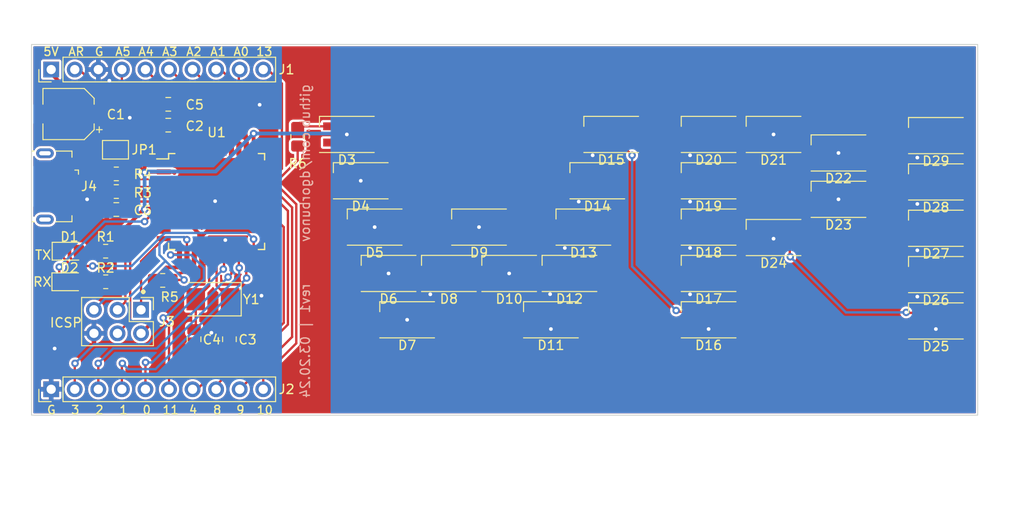
<source format=kicad_pcb>
(kicad_pcb (version 20221018) (generator pcbnew)
  (layers (0 "F.Cu" signal) (31 "B.Cu" signal) (34 "B.Paste" user) (35 "F.Paste" user) (36 "B.SilkS" user "B.Silkscreen") (37 "F.SilkS" user "F.Silkscreen") (38 "B.Mask" user) (39 "F.Mask" user) (44 "Edge.Cuts" user))
  (net 0 "")
  (net 1 "+5V")
  (net 2 "GND")
  (net 3 "Net-(U1-XTAL1)")
  (net 4 "Net-(U1-XTAL2)")
  (net 5 "Net-(U1-UCAP)")
  (net 6 "/TXLED")
  (net 7 "Net-(D1-A)")
  (net 8 "/RXLED")
  (net 9 "Net-(D2-A)")
  (net 10 "Net-(D3-DOUT)")
  (net 11 "Net-(D3-DIN)")
  (net 12 "Net-(D4-DOUT)")
  (net 13 "Net-(D5-DOUT)")
  (net 14 "Net-(D6-DOUT)")
  (net 15 "Net-(D7-DOUT)")
  (net 16 "/MISO")
  (net 17 "/SCK")
  (net 18 "/MOSI")
  (net 19 "/RESET")
  (net 20 "Net-(J4-VBUS)")
  (net 21 "/U_D-")
  (net 22 "/U_D+")
  (net 25 "/D+")
  (net 26 "/D-")
  (net 27 "/LED_DIN")
  (net 28 "Net-(D8-DOUT)")
  (net 29 "/D9_DOUT")
  (net 30 "Net-(D10-DOUT)")
  (net 31 "Net-(D11-DOUT)")
  (net 32 "Net-(D12-DOUT)")
  (net 33 "Net-(D13-DOUT)")
  (net 34 "Net-(D14-DOUT)")
  (net 35 "Net-(D15-DOUT)")
  (net 36 "/D16_DOUT")
  (net 37 "/AREF")
  (net 38 "/A0")
  (net 39 "/A1")
  (net 40 "/A2")
  (net 41 "/A3")
  (net 42 "/A4")
  (net 43 "/A5")
  (net 45 "/D13")
  (net 46 "/D3")
  (net 47 "/D2")
  (net 48 "/D0")
  (net 49 "/D1")
  (net 50 "/D4")
  (net 51 "/D11")
  (net 53 "/D8")
  (net 54 "/D9")
  (net 55 "Net-(D17-DOUT)")
  (net 56 "Net-(D18-DOUT)")
  (net 57 "Net-(D19-DOUT)")
  (net 58 "Net-(D20-DOUT)")
  (net 59 "Net-(D21-DOUT)")
  (net 60 "Net-(D22-DOUT)")
  (net 61 "/D23_DOUT")
  (net 62 "Net-(D24-DOUT)")
  (net 63 "Net-(D25-DOUT)")
  (net 64 "Net-(D26-DOUT)")
  (net 65 "Net-(D27-DOUT)")
  (net 66 "Net-(D28-DOUT)")
  (net 69 "/D10")
  (footprint "LOGO" (layer "F.Cu") (at 125.95 162)
    (fp_text reference "G***" hide)
    (fp_text value "LOGO" hide)
  )
  (footprint "LED_SMD:LED_SK6812MINI_PLCC4_3.5x3.5mm_P1.75mm" (layer "F.Cu") (at 145.5 140.125 180)
    (fp_text reference "D28")
    (fp_text value "SK6812MINI")
  )
  (footprint "LED_SMD:LED_0805_2012Metric_Pad1.15x1.40mm_HandSolder" (layer "F.Cu") (at 52.07 150.9)
    (fp_text reference "D2")
    (fp_text value "RX")
  )
  (footprint "LOGO" (layer "F.Cu") (at 147.9 175.5)
    (fp_text reference "G***" hide)
    (fp_text value "LOGO" hide)
  )
  (footprint "LED_SMD:LED_SK6812MINI_PLCC4_3.5x3.5mm_P1.75mm" (layer "F.Cu") (at 121 145 180)
    (fp_text reference "D18")
    (fp_text value "SK6812MINI")
  )
  (footprint "LED_SMD:LED_SK6812MINI_PLCC4_3.5x3.5mm_P1.75mm" (layer "F.Cu") (at 86.5 150 180)
    (fp_text reference "D6")
    (fp_text value "SK6812MINI")
  )
  (footprint "LED_SMD:LED_SK6812MINI_PLCC4_3.5x3.5mm_P1.75mm" (layer "F.Cu") (at 110.5 135 180)
    (fp_text reference "D15")
    (fp_text value "SK6812MINI")
  )
  (footprint "Capacitor_SMD:C_0805_2012Metric_Pad1.18x1.45mm_HandSolder" (layer "F.Cu") (at 69.342 157.099 -90)
    (fp_text reference "C3")
    (fp_text value "22pF")
  )
  (footprint "LED_SMD:LED_SK6812MINI_PLCC4_3.5x3.5mm_P1.75mm" (layer "F.Cu") (at 135 142 180)
    (fp_text reference "D23")
    (fp_text value "SK6812MINI")
  )
  (footprint "Connector_PinHeader_2.54mm:PinHeader_2x03_P2.54mm_Vertical" (layer "F.Cu") (at 59.817 153.924 -90)
    (fp_text reference "J3")
    (fp_text value "ICSP")
  )
  (footprint "Jumper:SolderJumper-2_P1.3mm_Open_TrianglePad1.0x1.5mm" (layer "F.Cu") (at 57.06 136.652)
    (fp_text reference "JP1")
    (fp_text value "Jumper_2_Open" hide)
  )
  (footprint "LED_SMD:LED_SK6812MINI_PLCC4_3.5x3.5mm_P1.75mm" (layer "F.Cu") (at 128 135 180)
    (fp_text reference "D21")
    (fp_text value "SK6812MINI")
  )
  (footprint "Crystal:Crystal_SMD_5032-2Pin_5.0x3.2mm" (layer "F.Cu") (at 67.564 152.781 180)
    (fp_text reference "Y1")
    (fp_text value "16MHz")
  )
  (footprint "LED_SMD:LED_SK6812MINI_PLCC4_3.5x3.5mm_P1.75mm" (layer "F.Cu") (at 83.5 140 180)
    (fp_text reference "D4")
    (fp_text value "SK6812MINI")
  )
  (footprint "LED_SMD:LED_SK6812MINI_PLCC4_3.5x3.5mm_P1.75mm" (layer "F.Cu") (at 104 155 180)
    (fp_text reference "D11")
    (fp_text value "SK6812MINI")
  )
  (footprint "Connector_PinHeader_2.54mm:PinHeader_1x10_P2.54mm_Vertical" (layer "F.Cu") (at 50.13 128 90)
    (fp_text reference "J1")
    (fp_text value "Conn_01x10")
  )
  (footprint "LOGO" (layer "F.Cu") (at 142.15 161.8)
    (fp_text reference "G***" hide)
    (fp_text value "LOGO" hide)
  )
  (footprint "Capacitor_SMD:C_0805_2012Metric_Pad1.18x1.45mm_HandSolder" (layer "F.Cu") (at 65.532 157.099 -90)
    (fp_text reference "C4")
    (fp_text value "22pF")
  )
  (footprint "Capacitor_SMD:C_0805_2012Metric_Pad1.18x1.45mm_HandSolder" (layer "F.Cu") (at 57.15 143.1 180)
    (fp_text reference "C6")
    (fp_text value "1uF")
  )
  (footprint "Connector_PinHeader_2.54mm:PinHeader_1x10_P2.54mm_Vertical" (layer "F.Cu") (at 50.13 162.5 90)
    (fp_text reference "J2")
    (fp_text value "Conn_01x10")
  )
  (footprint "Resistor_SMD:R_0805_2012Metric_Pad1.20x1.40mm_HandSolder" (layer "F.Cu") (at 62.15 150.75)
    (fp_text reference "R5")
    (fp_text value "10k")
  )
  (footprint "Connector_USB:USB_Micro-B_GCT_USB3076-30-A" (layer "F.Cu") (at 50.659 140.607 -90)
    (fp_text reference "J4")
    (fp_text value "USB_B_Micro")
  )
  (footprint "LED_SMD:LED_SK6812MINI_PLCC4_3.5x3.5mm_P1.75mm" (layer "F.Cu") (at 121 135 180)
    (fp_text reference "D20")
    (fp_text value "SK6812MINI")
  )
  (footprint "Capacitor_SMD:CP_Elec_5x5.3" (layer "F.Cu") (at 52 132.8 180)
    (fp_text reference "C1")
    (fp_text value "100uF")
  )
  (footprint "LED_SMD:LED_SK6812MINI_PLCC4_3.5x3.5mm_P1.75mm" (layer "F.Cu") (at 109 140 180)
    (fp_text reference "D14")
    (fp_text value "SK6812MINI")
  )
  (footprint "Resistor_SMD:R_0805_2012Metric_Pad1.20x1.40mm_HandSolder" (layer "F.Cu") (at 76.7 135.25 90)
    (fp_text reference "R6")
    (fp_text value "470")
  )
  (footprint "LED_SMD:LED_SK6812MINI_PLCC4_3.5x3.5mm_P1.75mm" (layer "F.Cu") (at 121 150 180)
    (fp_text reference "D17")
    (fp_text value "SK6812MINI")
  )
  (footprint "Resistor_SMD:R_0805_2012Metric_Pad1.20x1.40mm_HandSolder" (layer "F.Cu") (at 57.15 141.165 180)
    (fp_text reference "R3")
    (fp_text value "22")
  )
  (footprint "Capacitor_SMD:C_0805_2012Metric_Pad1.18x1.45mm_HandSolder" (layer "F.Cu") (at 62.75 134 180)
    (fp_text reference "C2")
    (fp_text value "1uF")
  )
  (footprint "LED_SMD:LED_SK6812MINI_PLCC4_3.5x3.5mm_P1.75mm" (layer "F.Cu") (at 88.5 155 180)
    (fp_text reference "D7")
    (fp_text value "SK6812MINI")
  )
  (footprint "LED_SMD:LED_SK6812MINI_PLCC4_3.5x3.5mm_P1.75mm" (layer "F.Cu") (at 128 146.125 180)
    (fp_text reference "D24")
    (fp_text value "SK6812MINI")
  )
  (footprint "Resistor_SMD:R_0805_2012Metric_Pad1.20x1.40mm_HandSolder" (layer "F.Cu") (at 56.007 150.9)
    (fp_text reference "R2")
    (fp_text value "100")
  )
  (footprint "LED_SMD:LED_SK6812MINI_PLCC4_3.5x3.5mm_P1.75mm" (layer "F.Cu") (at 135 137 180)
    (fp_text reference "D22")
    (fp_text value "SK6812MINI")
  )
  (footprint "LED_SMD:LED_SK6812MINI_PLCC4_3.5x3.5mm_P1.75mm" (layer "F.Cu") (at 96.25 145 180)
    (fp_text reference "D9")
    (fp_text value "SK6812MINI")
  )
  (footprint "LED_SMD:LED_SK6812MINI_PLCC4_3.5x3.5mm_P1.75mm" (layer "F.Cu") (at 121 155 180)
    (fp_text reference "D16")
    (fp_text value "SK6812MINI")
  )
  (footprint "LED_SMD:LED_SK6812MINI_PLCC4_3.5x3.5mm_P1.75mm" (layer "F.Cu") (at 145.5 150.125 180)
    (fp_text reference "D26")
    (fp_text value "SK6812MINI")
  )
  (footprint "LED_SMD:LED_SK6812MINI_PLCC4_3.5x3.5mm_P1.75mm" (layer "F.Cu") (at 145.5 135.125 180)
    (fp_text reference "D29")
    (fp_text value "SK6812MINI")
  )
  (footprint "LED_SMD:LED_SK6812MINI_PLCC4_3.5x3.5mm_P1.75mm" (layer "F.Cu") (at 93 150 180)
    (fp_text reference "D8")
    (fp_text value "SK6812MINI")
  )
  (footprint "Resistor_SMD:R_0805_2012Metric_Pad1.20x1.40mm_HandSolder" (layer "F.Cu") (at 57.15 139.26 180)
    (fp_text reference "R4")
    (fp_text value "22")
  )
  (footprint "LED_SMD:LED_SK6812MINI_PLCC4_3.5x3.5mm_P1.75mm" (layer "F.Cu") (at 106 150 180)
    (fp_text reference "D12")
    (fp_text value "SK6812MINI")
  )
  (footprint "Capacitor_SMD:C_0805_2012Metric_Pad1.18x1.45mm_HandSolder" (layer "F.Cu") (at 62.75 131.75 180)
    (fp_text reference "C5")
    (fp_text value "0.1uF")
  )
  (footprint "LED_SMD:LED_SK6812MINI_PLCC4_3.5x3.5mm_P1.75mm" (layer "F.Cu") (at 82 135 180)
    (fp_text reference "D3")
    (fp_text value "SK6812MINI")
  )
  (footprint "LED_SMD:LED_SK6812MINI_PLCC4_3.5x3.5mm_P1.75mm" (layer "F.Cu") (at 99.5 150 180)
    (fp_text reference "D10")
    (fp_text value "SK6812MINI")
  )
  (footprint "Resistor_SMD:R_0805_2012Metric_Pad1.20x1.40mm_HandSolder" (layer "F.Cu") (at 56 147.6)
    (fp_text reference "R1")
    (fp_text value "100")
  )
  (footprint "Package_QFP:TQFP-44_10x10mm_P0.8mm" (layer "F.Cu") (at 67.96 142.24)
    (fp_text reference "U1")
    (fp_text value "ATmega32U4-A")
  )
  (footprint "LED_SMD:LED_SK6812MINI_PLCC4_3.5x3.5mm_P1.75mm" (layer "F.Cu") (at 85 145 180)
    (fp_text reference "D5")
    (fp_text value "SK6812MINI")
  )
  (footprint "LED_SMD:LED_0805_2012Metric_Pad1.15x1.40mm_HandSolder" (layer "F.Cu") (at 52.1 147.6)
    (fp_text reference "D1")
    (fp_text value "TX")
  )
  (footprint "LED_SMD:LED_SK6812MINI_PLCC4_3.5x3.5mm_P1.75mm" (layer "F.Cu") (at 107.5 145 180)
    (fp_text reference "D13")
    (fp_text value "SK6812MINI")
  )
  (footprint "LED_SMD:LED_SK6812MINI_PLCC4_3.5x3.5mm_P1.75mm" (layer "F.Cu") (at 145.5 145.125 180)
    (fp_text reference "D27")
    (fp_text value "SK6812MINI")
  )
  (footprint "LED_SMD:LED_SK6812MINI_PLCC4_3.5x3.5mm_P1.75mm" (layer "F.Cu") (at 121 140 180)
    (fp_text reference "D19")
    (fp_text value "SK6812MINI")
  )
  (footprint "LED_SMD:LED_SK6812MINI_PLCC4_3.5x3.5mm_P1.75mm" (layer "F.Cu") (at 145.5 155.125 180)
    (fp_text reference "D25")
    (fp_text value "SK6812MINI")
  )
  (gr_rect (start 48.006 125.292) (end 150.006 165.292) (stroke (width 0.1)) (fill none) (layer "Edge.Cuts"))
  (gr_text "rev1 | 03.20.24" (at 78.1 151 90) (layer "B.SilkS") (effects (font (size 1 1)) (justify left bottom mirror)))
  (gr_text "github.com/dgorbunov" (at 78.1 129.5 90) (layer "B.SilkS") (effects (font (size 1 1) (thickness 0.15) bold) (justify left bottom mirror)))
  (gr_text "." (at 59.45 152.25) (layer "F.SilkS") (effects (font (size 1.5 1.5) (thickness 0.375) bold) (justify left bottom)))
  (gr_text "8" (at 67.5 165.25) (layer "F.SilkS") (effects (font (size 0.9 0.9)) (justify left bottom)))
  (gr_text "1" (at 57.4 165.25) (layer "F.SilkS") (effects (font (size 0.9 0.9)) (justify left bottom)))
  (gr_text "13" (at 72.15 126.6) (layer "F.SilkS") (effects (font (size 0.9 0.9)) (justify left bottom)))
  (gr_text "ICSP" (at 49.9 155.9) (layer "F.SilkS") (effects (font (size 1 1)) (justify left bottom)))
  (gr_text "A3" (at 62 126.6) (layer "F.SilkS") (effects (font (size 0.9 0.9)) (justify left bottom)))
  (gr_text "A2" (at 64.6 126.6) (layer "F.SilkS") (effects (font (size 0.9 0.9)) (justify left bottom)))
  (gr_text "9" (at 70 165.25) (layer "F.SilkS") (effects (font (size 0.9 0.9)) (justify left bottom)))
  (gr_text "A5" (at 56.95 126.6) (layer "F.SilkS") (effects (font (size 0.9 0.9)) (justify left bottom)))
  (gr_text "AR" (at 51.9 126.6) (layer "F.SilkS") (effects (font (size 0.9 0.9)) (justify left bottom)))
  (gr_text "3" (at 52.2 165.25) (layer "F.SilkS") (effects (font (size 0.9 0.9)) (justify left bottom)))
  (gr_text "4" (at 64.9 165.25) (layer "F.SilkS") (effects (font (size 0.9 0.9)) (justify left bottom)))
  (gr_text "5V" (at 49.2 126.6) (layer "F.SilkS") (effects (font (size 0.9 0.9)) (justify left bottom)))
  (gr_text "A0" (at 69.7 126.6) (layer "F.SilkS") (effects (font (size 0.9 0.9)) (justify left bottom)))
  (gr_text "G" (at 54.75 126.6) (layer "F.SilkS") (effects (font (size 0.9 0.9)) (justify left bottom)))
  (gr_text "A4" (at 59.45 126.6) (layer "F.SilkS") (effects (font (size 0.9 0.9)) (justify left bottom)))
  (gr_text "A1" (at 67.2 126.6) (layer "F.SilkS") (effects (font (size 0.9 0.9)) (justify left bottom)))
  (gr_text "G" (at 49.6 165.25) (layer "F.SilkS") (effects (font (size 0.9 0.9)) (justify left bottom)))
  (gr_text "10" (at 72.2 165.25) (layer "F.SilkS") (effects (font (size 0.9 0.9)) (justify left bottom)))
  (gr_text "RX" (at 48.1 151.5) (layer "F.SilkS") (effects (font (size 1 1)) (justify left bottom)))
  (gr_text "TX" (at 48.3 148.6) (layer "F.SilkS") (effects (font (size 1 1)) (justify left bottom)))
  (gr_text "0" (at 59.9 165.25) (layer "F.SilkS") (effects (font (size 0.9 0.9)) (justify left bottom)))
  (gr_text "2" (at 54.8 165.25) (layer "F.SilkS") (effects (font (size 0.9 0.9)) (justify left bottom)))
  (gr_text "11" (at 62.05 165.25) (layer "F.SilkS") (effects (font (size 0.9 0.9)) (justify left bottom)))
  (segment (start 105.75 145.875) (end 105.75 147) (width 0.25) (layer "F.Cu") (net 1))
  (segment (start 62.55 149.35) (end 65.175 149.35) (width 0.4) (layer "F.Cu") (net 1))
  (segment (start 107.25 142) (end 107 142.25) (width 0.25) (layer "F.Cu") (net 1))
  (segment (start 62.8875 135.7875) (end 63.64 136.54) (width 0.4) (layer "F.Cu") (net 1))
  (segment (start 133.25 137.875) (end 134.125 137.875) (width 0.25) (layer "F.Cu") (net 1))
  (segment (start 143.75 156) (end 145.5 156) (width 0.25) (layer "F.Cu") (net 1))
  (segment (start 91.25 152) (end 91 152.25) (width 0.25) (layer "F.Cu") (net 1))
  (segment (start 60.1 143.1) (end 57 146.2) (width 0.4) (layer "F.Cu") (net 1))
  (segment (start 63.7875 134.9125) (end 63.7875 134) (width 0.4) (layer "F.Cu") (net 1))
  (segment (start 62.8875 135.7875) (end 62.9125 135.7875) (width 0.4) (layer "F.Cu") (net 1))
  (segment (start 82 135) (end 81.125 135) (width 0.25) (layer "F.Cu") (net 1))
  (segment (start 60.2 139.067) (end 60.2 139.1) (width 0.4) (layer "F.Cu") (net 1))
  (segment (start 104.25 151.897483) (end 104.25 150.875) (width 0.25) (layer "F.Cu") (net 1))
  (segment (start 57.785 136.085) (end 54.2 132.5) (width 0.4) (layer "F.Cu") (net 1))
  (segment (start 87.625 155) (end 88.5 155) (width 0.25) (layer "F.Cu") (net 1))
  (segment (start 61.15 150.75) (end 62.55 149.35) (width 0.4) (layer "F.Cu") (net 1))
  (segment (start 65.56 146.79) (end 66.075 146.275) (width 0.4) (layer "F.Cu") (net 1))
  (segment (start 63.64 136.54) (end 63.96 136.54) (width 0.4) (layer "F.Cu") (net 1))
  (segment (start 66.91 145.44) (end 73.66 145.44) (width 0.4) (layer "F.Cu") (net 1))
  (segment (start 119.25 140.875) (end 119.25 142) (width 0.25) (layer "F.Cu") (net 1))
  (segment (start 62.22 143) (end 62.26 143.04) (width 0.4) (layer "F.Cu") (net 1))
  (segment (start 57 150.742) (end 57.007 150.749) (width 0.4) (layer "F.Cu") (net 1))
  (segment (start 143.75 147.25) (end 143.5 147.5) (width 0.25) (layer "F.Cu") (net 1))
  (segment (start 143.75 137.25) (end 143.5 137.5) (width 0.25) (layer "F.Cu") (net 1))
  (segment (start 62.9125 135.7875) (end 63.7875 134.9125) (width 0.4) (layer "F.Cu") (net 1))
  (segment (start 98.625 150) (end 99.5 150) (width 0.25) (layer "F.Cu") (net 1))
  (segment (start 134.125 142.875) (end 135 142) (width 0.25) (layer "F.Cu") (net 1))
  (segment (start 63.41 143.04) (end 66.075 145.705) (width 0.4) (layer "F.Cu") (net 1))
  (segment (start 97.75 150.875) (end 98.625 150) (width 0.25) (layer "F.Cu") (net 1))
  (segment (start 82.625 140) (end 81.75 140.875) (width 0.25) (layer "F.Cu") (net 1))
  (segment (start 143.75 146) (end 143.75 147.25) (width 0.25) (layer "F.Cu") (net 1))
  (segment (start 119.25 137) (end 119 137.25) (width 0.25) (layer "F.Cu") (net 1))
  (segment (start 65.56 147.94) (end 65.56 146.79) (width 0.4) (layer "F.Cu") (net 1))
  (segment (start 119.25 145.875) (end 119.25 147) (width 0.25) (layer "F.Cu") (net 1))
  (segment (start 60.2 138.475) (end 62.8875 135.7875) (width 0.4) (layer "F.Cu") (net 1))
  (segment (start 62.26 139.04) (end 60.24 139.04) (width 0.4) (layer "F.Cu") (net 1))
  (segment (start 108.75 135.875) (end 108.75 137) (width 0.25) (layer "F.Cu") (net 1))
  (segment (start 66.075 146.275) (end 66.91 145.44) (width 0.4) (layer "F.Cu") (net 1))
  (segment (start 143.75 142.25) (end 143.5 142.5) (width 0.25) (layer "F.Cu") (net 1))
  (segment (start 119.25 147) (end 119 147.25) (width 0.25) (layer "F.Cu") (net 1))
  (segment (start 60.2 139.1) (end 60.233 139.1) (width 0.4) (layer "F.Cu") (net 1))
  (segment (start 71.96 136.54) (end 71.867 136.54) (width 0.4) (layer "F.Cu") (net 1))
  (segment (start 103.875 155.875) (end 102.25 155.875) (width 0.25) (layer "F.Cu") (net 1))
  (segment (start 143.75 141) (end 143.75 142.25) (width 0.25) (layer "F.Cu") (net 1))
  (segment (start 85.75 150) (end 86.5 150) (width 0.25) (layer "F.Cu") (net 1))
  (segment (start 94.5 145.875) (end 95.375 145) (width 0.25) (layer "F.Cu") (net 1))
  (segment (start 119.25 152) (end 119 152.25) (width 0.25) (layer "F.Cu") (net 1))
  (segment (start 61.15 155.131) (end 59.817 156.464) (width 0.4) (layer "F.Cu") (net 1))
  (segment (start 103.914569 152.232914) (end 104.25 151.897483) (width 0.25) (layer "F.Cu") (net 1))
  (segment (start 84.125 145) (end 85 145) (width 0.25) (layer "F.Cu") (net 1))
  (segment (start 54.2 132.5) (end 50.13 128.43) (width 0.4) (layer "F.Cu") (net 1))
  (segment (start 62.26 139.04) (end 63.285 139.04) (width 0.4) (layer "F.Cu") (net 1))
  (segment (start 120.875 155.875) (end 121 156) (width 0.25) (layer "F.Cu") (net 1))
  (segment (start 81.125 135) (end 80.25 135.875) (width 0.25) (layer "F.Cu") (net 1))
  (segment (start 60.24 139.04) (end 60.2 139) (width 0.4) (layer "F.Cu") (net 1))
  (segment (start 50.13 128.43) (end 50.13 127.5) (width 0.4) (layer "F.Cu") (net 1))
  (segment (start 126.25 135.875) (end 127.125 135.875) (width 0.25) (layer "F.Cu") (net 1))
  (segment (start 63.7875 134) (end 63.96 134.1725) (width 0.25) (layer "F.Cu") (net 1))
  (segment (start 60.2 143) (end 60.2 143) (width 0.4) (layer "F.Cu") (net 1))
  (segment (start 126.25 147) (end 127.25 147) (width 0.25) (layer "F.Cu") (net 1))
  (segment (start 63.285 139.04) (end 63.41 139.165) (width 0.4) (layer "F.Cu") (net 1))
  (segment (start 108.75 137) (end 108.5 137.25) (width 0.25) (layer "F.Cu") (net 1))
  (segment (start 61.15 150.75) (end 61.15 155.131) (width 0.4) (layer "F.Cu") (net 1))
  (segment (start 57.785 136.652) (end 60.2 139.067) (width 0.4) (layer "F.Cu") (net 1))
  (segment (start 84.75 150.875) (end 84.875 150.875) (width 0.25) (layer "F.Cu") (net 1))
  (segment (start 65.56 148.965) (end 65.56 147.94) (width 0.4) (layer "F.Cu") (net 1))
  (segment (start 107.25 140.875) (end 107.25 142) (width 0.25) (layer "F.Cu") (net 1))
  (segment (start 119.25 135.875) (end 119.25 137) (width 0.25) (layer "F.Cu") (net 1))
  (segment (start 105.75 147) (end 105.5 147.25) (width 0.25) (layer "F.Cu") (net 1))
  (segment (start 57 147.9) (end 57 150.742) (width 0.4) (layer "F.Cu") (net 1))
  (segment (start 60.233 139.1) (end 60.173 139.04) (width 0.4) (layer "F.Cu") (net 1))
  (segment (start 57 146.2) (end 57 147.9) (width 0.4) (layer "F.Cu") (net 1))
  (segment (start 83.25 145.875) (end 84.125 145) (width 0.25) (layer "F.Cu") (net 1))
  (segment (start 60.2 143) (end 62.22 143) (width 0.4) (layer "F.Cu") (net 1))
  (segment (start 133.25 142.875) (end 134.125 142.875) (width 0.25) (layer "F.Cu") (net 1))
  (segment (start 127.25 147) (end 128 146.25) (width 0.25) (layer "F.Cu") (net 1))
  (segment (start 134.125 137.875) (end 135 137) (width 0.25) (layer "F.Cu") (net 1))
  (segment (start 119.25 150.875) (end 119.25 152) (width 0.25) (layer "F.Cu") (net 1))
  (segment (start 84.875 150.875) (end 85.75 150) (width 0.25) (layer "F.Cu") (net 1))
  (segment (start 91.25 150.875) (end 91.25 152) (width 0.25) (layer "F.Cu") (net 1))
  (segment (start 66.075 145.705) (end 66.075 146.275) (width 0.4) (layer "F.Cu") (net 1))
  (segment (start 119.25 142) (end 119 142.25) (width 0.25) (layer "F.Cu") (net 1))
  (segment (start 119.25 155.875) (end 120.875 155.875) (width 0.25) (layer "F.Cu") (net 1))
  (segment (start 60.2 143) (end 60.2 143.1) (width 0.4) (layer "F.Cu") (net 1))
  (segment (start 86.75 155.875) (end 87.625 155) (width 0.25) (layer "F.Cu") (net 1))
  (segment (start 71.95 134.9) (end 71.95 136.53) (width 0.4) (layer "F.Cu") (net 1))
  (segment (start 60.2 143.1) (end 60.1 143.1) (width 0.4) (layer "F.Cu") (net 1))
  (segment (start 104 156) (end 103.875 155.875) (width 0.25) (layer "F.Cu") (net 1))
  (segment (start 60.2 139) (end 60.2 138.475) (width 0.4) (layer "F.Cu") (net 1))
  (segment (start 65.175 149.35) (end 65.56 148.965) (width 0.4) (layer "F.Cu") (net 1))
  (segment (start 127.125 135.875) (end 128 135) (width 0.25) (layer "F.Cu") (net 1))
  (segment (start 57.785 136.652) (end 57.785 136.085) (width 0.4) (layer "F.Cu") (net 1))
  (segment (start 60.173 139.04) (end 60.2 139) (width 0.4) (layer "F.Cu") (net 1))
  (segment (start 143.75 151) (end 143.75 152.25) (width 0.25) (layer "F.Cu") (net 1))
  (segment (start 62.26 143.04) (end 63.41 143.04) (width 0.4) (layer "F.Cu") (net 1))
  (segment (start 83.5 140) (end 82.625 140) (width 0.25) (layer "F.Cu") (net 1))
  (segment (start 143.75 136) (end 143.75 137.25) (width 0.25) (layer "F.Cu") (net 1))
  (segment (start 95.375 145) (end 96.25 145) (width 0.25) (layer "F.Cu") (net 1))
  (segment (start 71.95 136.53) (end 71.96 136.54) (width 0.4) (layer "F.Cu") (net 1))
  (segment (start 143.75 152.25) (end 143.5 152.5) (width 0.25) (layer "F.Cu") (net 1))
  (via (at 145.5 156) (size 0.8) (drill 0.4) (layers "F.Cu" "B.Cu") (net 1))
  (via (at 88.5 155) (size 0.8) (drill 0.4) (layers "F.Cu" "B.Cu") (net 1))
  (via (at 135 142) (size 0.8) (drill 0.4) (layers "F.Cu" "B.Cu") (net 1))
  (via (at 128 135) (size 0.8) (drill 0.4) (layers "F.Cu" "B.Cu") (net 1))
  (via (at 143.5 152.5) (size 0.8) (drill 0.4) (layers "F.Cu" "B.Cu") (net 1))
  (via (at 143.5 137.5) (size 0.8) (drill 0.4) (layers "F.Cu" "B.Cu") (net 1))
  (via (at 60.2 143.1) (size 0.8) (drill 0.4) (layers "F.Cu" "B.Cu") (net 1))
  (via (at 96.25 145) (size 0.8) (drill 0.4) (layers "F.Cu" "B.Cu") (net 1))
  (via (at 91 152.25) (size 0.8) (drill 0.4) (layers "F.Cu" "B.Cu") (net 1))
  (via (at 108.5 137.25) (size 0.8) (drill 0.4) (layers "F.Cu" "B.Cu") (net 1))
  (via (at 104 156) (size 0.8) (drill 0.4) (layers "F.Cu" "B.Cu") (net 1))
  (via (at 105.5 147.25) (size 0.8) (drill 0.4) (layers "F.Cu" "B.Cu") (net 1))
  (via (at 135 137) (size 0.8) (drill 0.4) (layers "F.Cu" "B.Cu") (net 1))
  (via (at 128 146.25) (size 0.8) (drill 0.4) (layers "F.Cu" "B.Cu") (net 1))
  (via (at 143.5 147.5) (size 0.8) (drill 0.4) (layers "F.Cu" "B.Cu") (net 1))
  (via (at 119 147.25) (size 0.8) (drill 0.4) (layers "F.Cu" "B.Cu") (net 1))
  (via (at 119 137.25) (size 0.8) (drill 0.4) (layers "F.Cu" "B.Cu") (net 1))
  (via (at 82 135) (size 0.8) (drill 0.4) (layers "F.Cu" "B.Cu") (net 1))
  (via (at 107 142.25) (size 0.8) (drill 0.4) (layers "F.Cu" "B.Cu") (net 1))
  (via (at 119 152.25) (size 0.8) (drill 0.4) (layers "F.Cu" "B.Cu") (net 1))
  (via (at 83.5 140) (size 0.8) (drill 0.4) (layers "F.Cu" "B.Cu") (net 1))
  (via (at 86.5 150) (size 0.8) (drill 0.4) (layers "F.Cu" "B.Cu") (net 1))
  (via (at 71.95 134.9) (size 0.8) (drill 0.4) (layers "F.Cu" "B.Cu") (net 1))
  (via (at 103.914569 152.232914) (size 0.8) (drill 0.4) (layers "F.Cu" "B.Cu") (net 1))
  (via (at 99.5 150) (size 0.8) (drill 0.4) (layers "F.Cu" "B.Cu") (net 1))
  (via (at 143.5 142.5) (size 0.8) (drill 0.4) (layers "F.Cu" "B.Cu") (net 1))
  (via (at 119 142.25) (size 0.8) (drill 0.4) (layers "F.Cu" "B.Cu") (net 1))
  (via (at 121 156) (size 0.8) (drill 0.4) (layers "F.Cu" "B.Cu") (net 1))
  (via (at 60.2 139.1) (size 0.8) (drill 0.4) (layers "F.Cu" "B.Cu") (net 1))
  (via (at 85 145) (size 0.8) (drill 0.4) (layers "F.Cu" "B.Cu") (net 1))
  (segment (start 60.2 139.1) (end 60.2 143.1) (width 0.4) (layer "B.Cu") (net 1))
  (segment (start 67.85 139) (end 60.2 139) (width 0.4) (layer "B.Cu") (net 1))
  (segment (start 71.95 134.9) (end 81.9 134.9) (width 0.4) (layer "B.Cu") (net 1))
  (segment (start 71.95 134.9) (end 67.85 139) (width 0.4) (layer "B.Cu") (net 1))
  (segment (start 81.9 134.9) (end 82 135) (width 0.4) (layer "B.Cu") (net 1))
  (via (at 58.6 133.2) (size 0.8) (drill 0.4) (layers "F.Cu" "B.Cu") (net 2))
  (via (at 67.4 156.4) (size 0.8) (drill 0.4) (layers "F.Cu" "B.Cu") (net 2))
  (via (at 54 142) (size 0.8) (drill 0.4) (layers "F.Cu" "B.Cu") (net 2))
  (via (at 67.8 142.2) (size 0.8) (drill 0.4) (layers "F.Cu" "B.Cu") (net 2))
  (via (at 72.8 152.4) (size 0.8) (drill 0.4) (layers "F.Cu" "B.Cu") (net 2))
  (via (at 56.4 129.2) (size 0.8) (drill 0.4) (layers "F.Cu" "B.Cu") (net 2))
  (via (at 72.6 131.8) (size 0.8) (drill 0.4) (layers "F.Cu" "B.Cu") (net 2))
  (via (at 50.5 158.1) (size 0.8) (drill 0.4) (layers "F.Cu" "B.Cu") (net 2))
  (via (at 68.9 146.4) (size 0.8) (drill 0.4) (layers "F.Cu" "B.Cu") (net 2))
  (segment (start 69.414 155.9895) (end 69.342 156.0615) (width 0.25) (layer "F.Cu") (net 3))
  (segment (start 67.96 151.327) (end 69.414 152.781) (width 0.25) (layer "F.Cu") (net 3))
  (segment (start 67.96 147.94) (end 67.96 151.327) (width 0.25) (layer "F.Cu") (net 3))
  (segment (start 69.414 152.781) (end 69.414 155.9895) (width 0.25) (layer "F.Cu") (net 3))
  (segment (start 65.714 152.781) (end 65.714 155.8795) (width 0.25) (layer "F.Cu") (net 4))
  (segment (start 65.714 155.8795) (end 65.532 156.0615) (width 0.25) (layer "F.Cu") (net 4))
  (segment (start 67.16 147.94) (end 67.16 151.335) (width 0.25) (layer "F.Cu") (net 4))
  (segment (start 67.16 151.335) (end 65.714 152.781) (width 0.25) (layer "F.Cu") (net 4))
  (segment (start 58.1875 143.1) (end 59.0475 142.24) (width 0.25) (layer "F.Cu") (net 5))
  (segment (start 59.0475 142.24) (end 62.26 142.24) (width 0.25) (layer "F.Cu") (net 5))
  (segment (start 71.96 147.94) (end 71.96 146.31) (width 0.25) (layer "F.Cu") (net 6))
  (segment (start 54.6 149.2) (end 52.345 149.2) (width 0.25) (layer "F.Cu") (net 6))
  (segment (start 52.345 149.2) (end 51.045 147.9) (width 0.25) (layer "F.Cu") (net 6))
  (segment (start 71.96 146.31) (end 71.95 146.3) (width 0.25) (layer "F.Cu") (net 6))
  (via (at 54.6 149.2) (size 0.8) (drill 0.4) (layers "F.Cu" "B.Cu") (net 6))
  (via (at 71.95 146.3) (size 0.8) (drill 0.4) (layers "F.Cu" "B.Cu") (net 6))
  (segment (start 62.375 145.625) (end 71.275 145.625) (width 0.25) (layer "B.Cu") (net 6))
  (segment (start 71.275 145.625) (end 71.95 146.3) (width 0.25) (layer "B.Cu") (net 6))
  (segment (start 54.6 149.2) (end 58.8 149.2) (width 0.25) (layer "B.Cu") (net 6))
  (segment (start 58.8 149.2) (end 62.375 145.625) (width 0.25) (layer "B.Cu") (net 6))
  (segment (start 53.125 147.6) (end 55 147.6) (width 0.25) (layer "F.Cu") (net 7))
  (segment (start 60.76 143.84) (end 60.2 144.4) (width 0.25) (layer "F.Cu") (net 8))
  (segment (start 51 149.3) (end 51 150.704) (width 0.25) (layer "F.Cu") (net 8))
  (segment (start 62.26 143.84) (end 60.76 143.84) (width 0.25) (layer "F.Cu") (net 8))
  (segment (start 51 150.704) (end 51.045 150.749) (width 0.25) (layer "F.Cu") (net 8))
  (via (at 60.2 144.4) (size 0.8) (drill 0.4) (layers "F.Cu" "B.Cu") (net 8))
  (via (at 51 149.3) (size 0.8) (drill 0.4) (layers "F.Cu" "B.Cu") (net 8))
  (segment (start 55.9 144.4) (end 51 149.3) (width 0.25) (layer "B.Cu") (net 8))
  (segment (start 60.2 144.4) (end 55.9 144.4) (width 0.25) (layer "B.Cu") (net 8))
  (segment (start 55.007 150.749) (end 53.095 150.749) (width 0.25) (layer "F.Cu") (net 9))
  (segment (start 83.75 137.125) (end 81.75 139.125) (width 0.25) (layer "F.Cu") (net 10))
  (segment (start 83.75 135.875) (end 83.75 137.125) (width 0.25) (layer "F.Cu") (net 10))
  (segment (start 76.825 134.125) (end 76.7 134.25) (width 0.25) (layer "F.Cu") (net 11))
  (segment (start 80.25 134.125) (end 76.825 134.125) (width 0.25) (layer "F.Cu") (net 11))
  (segment (start 85.25 142.125) (end 83.25 144.125) (width 0.25) (layer "F.Cu") (net 12))
  (segment (start 85.25 140.875) (end 85.25 142.125) (width 0.25) (layer "F.Cu") (net 12))
  (segment (start 86.75 145.875) (end 86.75 147.125) (width 0.25) (layer "F.Cu") (net 13))
  (segment (start 86.75 147.125) (end 84.75 149.125) (width 0.25) (layer "F.Cu") (net 13))
  (segment (start 88.25 150.875) (end 88.25 152.625) (width 0.25) (layer "F.Cu") (net 14))
  (segment (start 88.25 152.625) (end 86.75 154.125) (width 0.25) (layer "F.Cu") (net 14))
  (segment (start 92.375 153.75) (end 92.375 150.25) (width 0.25) (layer "F.Cu") (net 15))
  (segment (start 90.25 155.875) (end 92.375 153.75) (width 0.25) (layer "F.Cu") (net 15))
  (segment (start 92.375 150.25) (end 91.25 149.125) (width 0.25) (layer "F.Cu") (net 15))
  (segment (start 59.817 148.683) (end 62.26 146.24) (width 0.25) (layer "F.Cu") (net 16))
  (segment (start 59.817 153.924) (end 59.817 148.683) (width 0.25) (layer "F.Cu") (net 16))
  (segment (start 58.127 153.074) (end 58.127 147.898) (width 0.25) (layer "F.Cu") (net 17))
  (segment (start 58.127 147.898) (end 61.385 144.64) (width 0.25) (layer "F.Cu") (net 17))
  (segment (start 57.277 153.924) (end 58.127 153.074) (width 0.25) (layer "F.Cu") (net 17))
  (segment (start 61.385 144.64) (end 62.26 144.64) (width 0.25) (layer "F.Cu") (net 17))
  (segment (start 58.642 155.099) (end 57.277 156.464) (width 0.25) (layer "F.Cu") (net 18))
  (segment (start 62.26 145.44) (end 61.26 145.44) (width 0.25) (layer "F.Cu") (net 18))
  (segment (start 61.26 145.44) (end 58.642 148.058) (width 0.25) (layer "F.Cu") (net 18))
  (segment (start 58.642 148.058) (end 58.642 155.099) (width 0.25) (layer "F.Cu") (net 18))
  (segment (start 64.76 147.94) (end 64.76 146.36) (width 0.25) (layer "F.Cu") (net 19))
  (segment (start 63.2 150.7) (end 63.15 150.75) (width 0.25) (layer "F.Cu") (net 19))
  (segment (start 64.45 150.7) (end 63.2 150.7) (width 0.25) (layer "F.Cu") (net 19))
  (segment (start 64.76 146.36) (end 64.75 146.35) (width 0.25) (layer "F.Cu") (net 19))
  (via (at 64.75 146.35) (size 0.8) (drill 0.4) (layers "F.Cu" "B.Cu") (net 19))
  (via (at 64.45 150.7) (size 0.8) (drill 0.4) (layers "F.Cu" "B.Cu") (net 19))
  (segment (start 64.45 150.65) (end 64.45 150.7) (width 0.25) (layer "B.Cu") (net 19))
  (segment (start 54.737 153.924) (end 55.912 152.749) (width 0.25) (layer "B.Cu") (net 19))
  (segment (start 55.912 152.749) (end 58.351 152.749) (width 0.25) (layer "B.Cu") (net 19))
  (segment (start 61.8 146.836396) (end 61.8 148) (width 0.25) (layer "B.Cu") (net 19))
  (segment (start 61.8 148) (end 62.45 148.65) (width 0.25) (layer "B.Cu") (net 19))
  (segment (start 58.351 152.749) (end 62.45 148.65) (width 0.25) (layer "B.Cu") (net 19))
  (segment (start 62.45 148.65) (end 64.45 150.65) (width 0.25) (layer "B.Cu") (net 19))
  (segment (start 64.475 146.075) (end 62.561396 146.075) (width 0.25) (layer "B.Cu") (net 19))
  (segment (start 64.75 146.35) (end 64.475 146.075) (width 0.25) (layer "B.Cu") (net 19))
  (segment (start 62.561396 146.075) (end 61.8 146.836396) (width 0.25) (layer "B.Cu") (net 19))
  (segment (start 53.68 139.307) (end 56.335 136.652) (width 0.4) (layer "F.Cu") (net 20))
  (segment (start 52.109 139.307) (end 53.68 139.307) (width 0.4) (layer "F.Cu") (net 20))
  (segment (start 52.109 139.957) (end 55.453 139.957) (width 0.2) (layer "F.Cu") (net 21))
  (segment (start 55.453 139.957) (end 56.15 139.26) (width 0.2) (layer "F.Cu") (net 21))
  (segment (start 55.592 140.607) (end 56.15 141.165) (width 0.2) (layer "F.Cu") (net 22))
  (segment (start 52.109 140.607) (end 55.592 140.607) (width 0.2) (layer "F.Cu") (net 22))
  (segment (start 58.15 141.165) (end 58.675 140.64) (width 0.2) (layer "F.Cu") (net 25))
  (segment (start 58.675 140.64) (end 62.26 140.64) (width 0.2) (layer "F.Cu") (net 25))
  (segment (start 58.73 139.84) (end 58.15 139.26) (width 0.2) (layer "F.Cu") (net 26))
  (segment (start 62.26 139.84) (end 58.73 139.84) (width 0.2) (layer "F.Cu") (net 26))
  (segment (start 74.66 139.84) (end 76.7 137.8) (width 0.25) (layer "F.Cu") (net 27))
  (segment (start 73.66 139.84) (end 74.66 139.84) (width 0.25) (layer "F.Cu") (net 27))
  (segment (start 76.7 137.8) (end 76.7 136.25) (width 0.25) (layer "F.Cu") (net 27))
  (segment (start 93.375 149.5) (end 93.375 145.25) (width 0.25) (layer "F.Cu") (net 28))
  (segment (start 94.75 150.875) (end 93.375 149.5) (width 0.25) (layer "F.Cu") (net 28))
  (segment (start 93.375 145.25) (end 94.5 144.125) (width 0.25) (layer "F.Cu") (net 28))
  (segment (start 98 148.875) (end 97.75 149.125) (width 0.25) (layer "F.Cu") (net 29))
  (segment (start 98 145.875) (end 98 148.875) (width 0.25) (layer "F.Cu") (net 29))
  (segment (start 101.25 150.875) (end 101.25 153.125) (width 0.25) (layer "F.Cu") (net 30))
  (segment (start 101.25 153.125) (end 102.25 154.125) (width 0.25) (layer "F.Cu") (net 30))
  (segment (start 105.5 152) (end 105.5 150.375) (width 0.25) (layer "F.Cu") (net 31))
  (segment (start 104.625 152.875) (end 105.5 152) (width 0.25) (layer "F.Cu") (net 31))
  (segment (start 105.5 150.375) (end 104.25 149.125) (width 0.25) (layer "F.Cu") (net 31))
  (segment (start 104.625 154.75) (end 104.625 152.875) (width 0.25) (layer "F.Cu") (net 31))
  (segment (start 105.75 155.875) (end 104.625 154.75) (width 0.25) (layer "F.Cu") (net 31))
  (segment (start 107 145.375) (end 105.75 144.125) (width 0.25) (layer "F.Cu") (net 32))
  (segment (start 106.625 149.75) (end 106.625 146.875) (width 0.25) (layer "F.Cu") (net 32))
  (segment (start 107 146.5) (end 107 145.375) (width 0.25) (layer "F.Cu") (net 32))
  (segment (start 107.75 150.875) (end 106.625 149.75) (width 0.25) (layer "F.Cu") (net 32))
  (segment (start 106.625 146.875) (end 107 146.5) (width 0.25) (layer "F.Cu") (net 32))
  (segment (start 108.125 144.75) (end 108.125 141.875) (width 0.25) (layer "F.Cu") (net 33))
  (segment (start 108.125 141.875) (end 108.375 141.625) (width 0.25) (layer "F.Cu") (net 33))
  (segment (start 108.375 140.25) (end 107.25 139.125) (width 0.25) (layer "F.Cu") (net 33))
  (segment (start 109.25 145.875) (end 108.125 144.75) (width 0.25) (layer "F.Cu") (net 33))
  (segment (start 108.375 141.625) (end 108.375 140.25) (width 0.25) (layer "F.Cu") (net 33))
  (segment (start 110.75 140.875) (end 109.625 139.75) (width 0.25) (layer "F.Cu") (net 34))
  (segment (start 109.875 135.25) (end 108.75 134.125) (width 0.25) (layer "F.Cu") (net 34))
  (segment (start 109.875 136.625) (end 109.875 135.25) (width 0.25) (layer "F.Cu") (net 34))
  (segment (start 109.625 136.875) (end 109.875 136.625) (width 0.25) (layer "F.Cu") (net 34))
  (segment (start 109.625 139.75) (end 109.625 136.875) (width 0.25) (layer "F.Cu") (net 34))
  (segment (start 112.25 136.75) (end 112.75 137.25) (width 0.25) (layer "F.Cu") (net 35))
  (segment (start 112.25 135.875) (end 112.25 136.75) (width 0.25) (layer "F.Cu") (net 35))
  (segment (start 119.25 154.125) (end 117.625 154.125) (width 0.25) (layer "F.Cu") (net 35))
  (segment (start 117.625 154.125) (end 117.5 154) (width 0.25) (layer "F.Cu") (net 35))
  (via (at 117.5 154) (size 0.8) (drill 0.4) (layers "F.Cu" "B.Cu") (net 35))
  (via (at 112.75 137.25) (size 0.8) (drill 0.4) (layers "F.Cu" "B.Cu") (net 35))
  (segment (start 117.5 154) (end 112.75 149.25) (width 0.25) (layer "B.Cu") (net 35))
  (segment (start 112.75 149.25) (end 112.75 137.25) (width 0.25) (layer "B.Cu") (net 35))
  (segment (start 121.3 154.425) (end 121.3 151.175) (width 0.25) (layer "F.Cu") (net 36))
  (segment (start 121.3 151.175) (end 119.25 149.125) (width 0.25) (layer "F.Cu") (net 36))
  (segment (start 122.75 155.875) (end 121.3 154.425) (width 0.25) (layer "F.Cu") (net 36))
  (segment (start 65.56 133.5225) (end 63.7875 131.75) (width 0.25) (layer "F.Cu") (net 37))
  (segment (start 55.42 130.25) (end 52.67 127.5) (width 0.25) (layer "F.Cu") (net 37))
  (segment (start 65.56 136.54) (end 65.56 133.5225) (width 0.25) (layer "F.Cu") (net 37))
  (segment (start 63.7875 131.75) (end 62.2875 130.25) (width 0.25) (layer "F.Cu") (net 37))
  (segment (start 62.2875 130.25) (end 55.42 130.25) (width 0.25) (layer "F.Cu") (net 37))
  (segment (start 70.36 136.54) (end 70.36 127.59) (width 0.25) (layer "F.Cu") (net 38))
  (segment (start 70.36 127.59) (end 70.45 127.5) (width 0.25) (layer "F.Cu") (net 38))
  (segment (start 69.56 129.15) (end 69.56 136.54) (width 0.25) (layer "F.Cu") (net 39))
  (segment (start 67.91 127.5) (end 69.56 129.15) (width 0.25) (layer "F.Cu") (net 39))
  (segment (start 65.37 128) (end 68.76 131.39) (width 0.25) (layer "F.Cu") (net 40))
  (segment (start 68.76 131.39) (end 68.76 136.54) (width 0.25) (layer "F.Cu") (net 40))
  (segment (start 62.935965 128) (end 62.83 128) (width 0.25) (layer "F.Cu") (net 41))
  (segment (start 67.96 133.024035) (end 62.935965 128) (width 0.25) (layer "F.Cu") (net 41))
  (segment (start 67.96 136.54) (end 67.96 133.024035) (width 0.25) (layer "F.Cu") (net 41))
  (segment (start 67.16 132.860431) (end 67.16 136.54) (width 0.25) (layer "F.Cu") (net 42))
  (segment (start 63.649569 129.35) (end 67.16 132.860431) (width 0.25) (layer "F.Cu") (net 42))
  (segment (start 60.29 128) (end 61.64 129.35) (width 0.25) (layer "F.Cu") (net 42))
  (segment (start 61.64 129.35) (end 63.649569 129.35) (width 0.25) (layer "F.Cu") (net 42))
  (segment (start 63.463173 129.8) (end 58.2 129.8) (width 0.25) (layer "F.Cu") (net 43))
  (segment (start 57.75 129.35) (end 57.75 128) (width 0.25) (layer "F.Cu") (net 43))
  (segment (start 58.2 129.8) (end 57.75 129.35) (width 0.25) (layer "F.Cu") (net 43))
  (segment (start 66.36 132.696827) (end 63.463173 129.8) (width 0.25) (layer "F.Cu") (net 43))
  (segment (start 66.36 136.54) (end 66.36 132.696827) (width 0.25) (layer "F.Cu") (net 43))
  (segment (start 74.66 139.04) (end 75 138.7) (width 0.25) (layer "F.Cu") (net 45))
  (segment (start 75 129.51) (end 72.99 127.5) (width 0.25) (layer "F.Cu") (net 45))
  (segment (start 73.66 139.04) (end 74.66 139.04) (width 0.25) (layer "F.Cu") (net 45))
  (segment (start 75 138.7) (end 75 129.51) (width 0.25) (layer "F.Cu") (net 45))
  (segment (start 68.76 147.94) (end 68.76 149.460371) (width 0.25) (layer "F.Cu") (net 46))
  (segment (start 68.76 149.460371) (end 68.6845 149.535871) (width 0.25) (layer "F.Cu") (net 46))
  (segment (start 68.714129 149.535871) (end 68.76 149.49) (width 0.25) (layer "F.Cu") (net 46))
  (segment (start 52.7 159.7) (end 52.67 159.73) (width 0.25) (layer "F.Cu") (net 46))
  (segment (start 52.67 159.73) (end 52.67 162.5) (width 0.25) (layer "F.Cu") (net 46))
  (segment (start 68.6845 149.535871) (end 68.714129 149.535871) (width 0.25) (layer "F.Cu") (net 46))
  (via (at 52.7 159.7) (size 0.8) (drill 0.4) (layers "F.Cu" "B.Cu") (net 46))
  (via (at 68.6845 149.535871) (size 0.8) (drill 0.4) (layers "F.Cu" "B.Cu") (net 46))
  (segment (start 52.7 159.7) (end 54.761 157.639) (width 0.25) (layer "B.Cu") (net 46))
  (segment (start 60.581371 157.639) (end 68.6845 149.535871) (width 0.25) (layer "B.Cu") (net 46))
  (segment (start 54.761 157.639) (end 60.581371 157.639) (width 0.25) (layer "B.Cu") (net 46))
  (segment (start 69.56 150.030973) (end 69.56 147.94) (width 0.25) (layer "F.Cu") (net 47))
  (segment (start 55.2 159.7) (end 55.21 159.71) (width 0.25) (layer "F.Cu") (net 47))
  (segment (start 55.21 159.71) (end 55.21 162.5) (width 0.25) (layer "F.Cu") (net 47))
  (segment (start 69.196991 150.393982) (end 69.56 150.030973) (width 0.25) (layer "F.Cu") (net 47))
  (via (at 69.196991 150.393982) (size 0.8) (drill 0.4) (layers "F.Cu" "B.Cu") (net 47))
  (via (at 55.2 159.7) (size 0.8) (drill 0.4) (layers "F.Cu" "B.Cu") (net 47))
  (segment (start 55.2 159.7) (end 56.811 158.089) (width 0.25) (layer "B.Cu") (net 47))
  (segment (start 61.501973 158.089) (end 69.196991 150.393982) (width 0.25) (layer "B.Cu") (net 47))
  (segment (start 56.811 158.089) (end 61.501973 158.089) (width 0.25) (layer "B.Cu") (net 47))
  (segment (start 70.3 149.4) (end 70.3 149.4) (width 0.25) (layer "F.Cu") (net 48))
  (segment (start 70.36 149.34) (end 70.4 149.3) (width 0.25) (layer "F.Cu") (net 48))
  (segment (start 70.4 149.4) (end 70.3 149.4) (width 0.25) (layer "F.Cu") (net 48))
  (segment (start 70.36 147.94) (end 70.36 149.36) (width 0.25) (layer "F.Cu") (net 48))
  (segment (start 60.3 159.6) (end 60.29 159.61) (width 0.25) (layer "F.Cu") (net 48))
  (segment (start 60.29 159.61) (end 60.29 162.5) (width 0.25) (layer "F.Cu") (net 48))
  (segment (start 70.4 149.3) (end 70.4 149.4) (width 0.25) (layer "F.Cu") (net 48))
  (segment (start 70.36 149.36) (end 70.4 149.4) (width 0.25) (layer "F.Cu") (net 48))
  (via (at 60.3 159.6) (size 0.8) (drill 0.4) (layers "F.Cu" "B.Cu") (net 48))
  (via (at 70.4 149.4) (size 0.8) (drill 0.4) (layers "F.Cu" "B.Cu") (net 48))
  (segment (start 60.3 159.6) (end 61.016278 159.6) (width 0.25) (layer "B.Cu") (net 48))
  (segment (start 70.4 150.216278) (end 70.4 149.4) (width 0.25) (layer "B.Cu") (net 48))
  (segment (start 61.016278 159.6) (end 70.4 150.216278) (width 0.25) (layer "B.Cu") (net 48))
  (segment (start 57.75 159.75) (end 57.75 162.5) (width 0.25) (layer "F.Cu") (net 49))
  (segment (start 57.8 159.7) (end 57.75 159.75) (width 0.25) (layer "F.Cu") (net 49))
  (segment (start 71.2 150.5) (end 71.16 150.46) (width 0.25) (layer "F.Cu") (net 49))
  (segment (start 71.16 150.46) (end 71.16 147.94) (width 0.25) (layer "F.Cu") (net 49))
  (via (at 71.2 150.5) (size 0.8) (drill 0.4) (layers "F.Cu" "B.Cu") (net 49))
  (via (at 57.8 159.7) (size 0.8) (drill 0.4) (layers "F.Cu" "B.Cu") (net 49))
  (segment (start 61.375 160.325) (end 71.2 150.5) (width 0.25) (layer "B.Cu") (net 49))
  (segment (start 58.425 160.325) (end 61.375 160.325) (width 0.25) (layer "B.Cu") (net 49))
  (segment (start 57.8 159.7) (end 58.425 160.325) (width 0.25) (layer "B.Cu") (net 49))
  (segment (start 75.2 155.322792) (end 69.561396 160.961396) (width 0.25) (layer "F.Cu") (net 50))
  (segment (start 75.2 145) (end 75.2 155.322792) (width 0.25) (layer "F.Cu") (net 50))
  (segment (start 74.84 144.64) (end 75.2 145) (width 0.25) (layer "F.Cu") (net 50))
  (segment (start 73.66 144.64) (end 74.84 144.64) (width 0.25) (layer "F.Cu") (net 50))
  (segment (start 69.561396 160.961396) (end 67.408604 160.961396) (width 0.25) (layer "F.Cu") (net 50))
  (segment (start 67.408604 160.961396) (end 65.37 163) (width 0.25) (layer "F.Cu") (net 50))
  (segment (start 62.83 155.43) (end 62.83 163) (width 0.25) (layer "F.Cu") (net 51))
  (segment (start 63 148) (end 63.2 148) (width 0.25) (layer "F.Cu") (net 51))
  (segment (start 63.26 147.94) (end 63 148) (width 0.25) (layer "F.Cu") (net 51))
  (segment (start 62.2 154.8) (end 62.83 155.43) (width 0.25) (layer "F.Cu") (net 51))
  (segment (start 63.96 147.94) (end 63.26 147.94) (width 0.25) (layer "F.Cu") (net 51))
  (via (at 63 148) (size 0.8) (drill 0.4) (layers "F.Cu" "B.Cu") (net 51))
  (via (at 62.2 154.8) (size 0.8) (drill 0.4) (layers "F.Cu" "B.Cu") (net 51))
  (segment (start 66.6 149.4) (end 66.6 150.6) (width 0.25) (layer "B.Cu") (net 51))
  (segment (start 66.6 150.6) (end 62.4 154.8) (width 0.25) (layer "B.Cu") (net 51))
  (segment (start 62.2 154.8) (end 62.4 154.8) (width 0.25) (layer "B.Cu") (net 51))
  (segment (start 63 148) (end 65.2 148) (width 0.25) (layer "B.Cu") (net 51))
  (segment (start 65.2 148) (end 66.6 149.4) (width 0.25) (layer "B.Cu") (net 51))
  (segment (start 75.65 155.509188) (end 69.747792 161.411396) (width 0.25) (layer "F.Cu") (net 53))
  (segment (start 73.66 142.24) (end 74.64 142.24) (width 0.25) (layer "F.Cu") (net 53))
  (segment (start 74.64 142.24) (end 75.65 143.25) (width 0.25) (layer "F.Cu") (net 53))
  (segment (start 68.588604 161.411396) (end 67.91 162.09) (width 0.25) (layer "F.Cu") (net 53))
  (segment (start 67.91 162.09) (end 67.91 163) (width 0.25) (layer "F.Cu") (net 53))
  (segment (start 69.747792 161.411396) (end 68.588604 161.411396) (width 0.25) (layer "F.Cu") (net 53))
  (segment (start 75.65 143.25) (end 75.65 155.509188) (width 0.25) (layer "F.Cu") (net 53))
  (segment (start 67.91 162.612792) (end 67.91 163) (width 0.25) (layer "F.Cu") (net 53))
  (segment (start 76.1 142.88) (end 76.1 156.85) (width 0.25) (layer "F.Cu") (net 54))
  (segment (start 76.1 156.85) (end 70.45 162.5) (width 0.25) (layer "F.Cu") (net 54))
  (segment (start 74.66 141.44) (end 76.1 142.88) (width 0.25) (layer "F.Cu") (net 54))
  (segment (start 73.66 141.44) (end 74.66 141.44) (width 0.25) (layer "F.Cu") (net 54))
  (segment (start 70.45 162.95) (end 70.45 163) (width 0.25) (layer "F.Cu") (net 54))
  (segment (start 121 149.125) (end 121 145.875) (width 0.25) (layer "F.Cu") (net 55))
  (segment (start 122.75 150.875) (end 121 149.125) (width 0.25) (layer "F.Cu") (net 55))
  (segment (start 121 145.875) (end 119.25 144.125) (width 0.25) (layer "F.Cu") (net 55))
  (segment (start 121.025 144.15) (end 121.025 140.9) (width 0.25) (layer "F.Cu") (net 56))
  (segment (start 121.025 140.9) (end 119.25 139.125) (width 0.25) (layer "F.Cu") (net 56))
  (segment (start 122.75 145.875) (end 121.025 144.15) (width 0.25) (layer "F.Cu") (net 56))
  (segment (start 121.625 136.5) (end 119.25 134.125) (width 0.25) (layer "F.Cu") (net 57))
  (segment (start 121.625 139.75) (end 121.625 136.5) (width 0.25) (layer "F.Cu") (net 57))
  (segment (start 122.75 140.875) (end 121.625 139.75) (width 0.25) (layer "F.Cu") (net 57))
  (segment (start 124.5 135.875) (end 126.25 134.125) (width 0.25) (layer "F.Cu") (net 58))
  (segment (start 122.75 135.875) (end 124.5 135.875) (width 0.25) (layer "F.Cu") (net 58))
  (segment (start 129.75 135.875) (end 133 135.875) (width 0.25) (layer "F.Cu") (net 59))
  (segment (start 133 135.875) (end 133.25 136.125) (width 0.25) (layer "F.Cu") (net 59))
  (segment (start 136.75 137.875) (end 136.5 137.875) (width 0.25) (layer "F.Cu") (net 60))
  (segment (start 136.5 137.875) (end 133.25 141.125) (width 0.25) (layer "F.Cu") (net 60))
  (segment (start 127 144.5) (end 126.25 145.25) (width 0.25) (layer "F.Cu") (net 61))
  (segment (start 135.125 144.5) (end 127 144.5) (width 0.25) (layer "F.Cu") (net 61))
  (segment (start 136.75 142.875) (end 135.125 144.5) (width 0.25) (layer "F.Cu") (net 61))
  (segment (start 129.75 148.15) (end 129.8 148.2) (width 0.25) (layer "F.Cu") (net 62))
  (segment (start 129.75 147) (end 129.75 148.15) (width 0.25) (layer "F.Cu") (net 62))
  (segment (start 142.35 154.25) (end 142.3 154.2) (width 0.25) (layer "F.Cu") (net 62))
  (segment (start 143.75 154.25) (end 142.35 154.25) (width 0.25) (layer "F.Cu") (net 62))
  (via (at 129.8 148.2) (size 0.8) (drill 0.4) (layers "F.Cu" "B.Cu") (net 62))
  (via (at 142.3 154.2) (size 0.8) (drill 0.4) (layers "F.Cu" "B.Cu") (net 62))
  (segment (start 135.8 154.2) (end 142.3 154.2) (width 0.25) (layer "B.Cu") (net 62))
  (segment (start 129.8 148.2) (end 135.8 154.2) (width 0.25) (layer "B.Cu") (net 62))
  (segment (start 145.6 154.35) (end 145.6 151.1) (width 0.25) (layer "F.Cu") (net 63))
  (segment (start 147.25 156) (end 145.6 154.35) (width 0.25) (layer "F.Cu") (net 63))
  (segment (start 145.6 151.1) (end 143.75 149.25) (width 0.25) (layer "F.Cu") (net 63))
  (segment (start 145.6 146.1) (end 143.75 144.25) (width 0.25) (layer "F.Cu") (net 64))
  (segment (start 147.25 151) (end 145.6 149.35) (width 0.25) (layer "F.Cu") (net 64))
  (segment (start 145.6 149.35) (end 145.6 146.1) (width 0.25) (layer "F.Cu") (net 64))
  (segment (start 147.25 146) (end 145.6 144.35) (width 0.25) (layer "F.Cu") (net 65))
  (segment (start 145.6 144.35) (end 145.6 141.1) (width 0.25) (layer "F.Cu") (net 65))
  (segment (start 145.6 141.1) (end 143.75 139.25) (width 0.25) (layer "F.Cu") (net 65))
  (segment (start 145.6 136.1) (end 143.75 134.25) (width 0.25) (layer "F.Cu") (net 66))
  (segment (start 145.6 139.35) (end 145.6 136.1) (width 0.25) (layer "F.Cu") (net 66))
  (segment (start 147.25 141) (end 145.6 139.35) (width 0.25) (layer "F.Cu") (net 66))
  (segment (start 74.66 140.64) (end 73.66 140.64) (width 0.25) (layer "F.Cu") (net 69))
  (segment (start 76.55 157.536396) (end 76.55 142.53) (width 0.25) (layer "F.Cu") (net 69))
  (segment (start 72.99 161.096396) (end 76.55 157.536396) (width 0.25) (layer "F.Cu") (net 69))
  (segment (start 76.55 142.53) (end 74.66 140.64) (width 0.25) (layer "F.Cu") (net 69))
  (segment (start 72.99 163) (end 72.99 161.096396) (width 0.25) (layer "F.Cu") (net 69))
  (zone (net 2) (net_name "GND") (layer "F.Cu") (name "Gnd Pour") (connect_pads (clearance 0.254)) (min_thickness 0.127) (fill yes (thermal_gap 0.254) (thermal_bridge_width 0.5))
    (polygon (pts (xy 45 122) (xy 155 122) (xy 155 168) (xy 45 168)))
  )
  (zone (net 1) (net_name "+5V") (layer "B.Cu") (name "LED Vcc Pour") (priority 1) (connect_pads (clearance 0.254)) (min_thickness 0.127) (fill yes (thermal_gap 0.254) (thermal_bridge_width 0.5))
    (polygon (pts (xy 80.25 122) (xy 80.25 168) (xy 155 168) (xy 155 122)))
  )
  (zone (net 2) (net_name "GND") (layer "B.Cu") (name "Gnd Pour") (priority 2) (connect_pads (clearance 0.254)) (min_thickness 0.127) (fill yes (thermal_gap 0.254) (thermal_bridge_width 0.5))
    (polygon (pts (xy 75 122) (xy 45 122) (xy 45 168) (xy 75 168)))
  )
)
</source>
